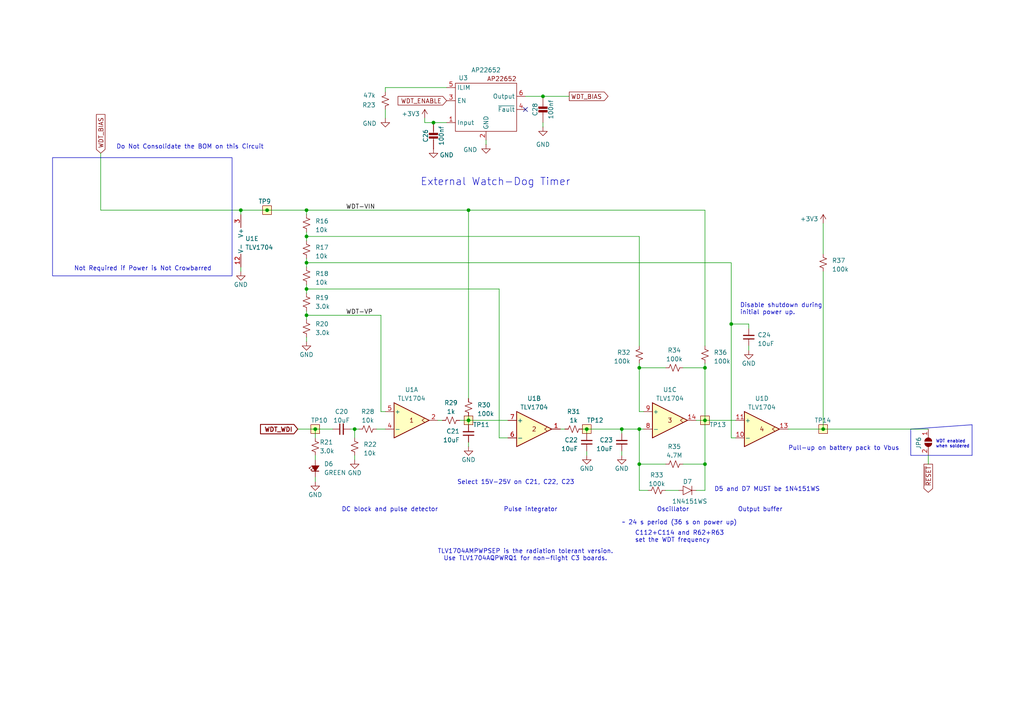
<source format=kicad_sch>
(kicad_sch (version 20250114) (generator "eeschema") (generator_version "9.0")
  (paper "A4")
  (lib_symbols
    (symbol "Adafruit ItsyBitsy RP2040-eagle-import:CAP_CERAMIC_0402NO"
      (property "Reference" "C" (at -2.29 1.25 90))
      (property "Value" "CAP_CERAMIC_0402NO" (at 2.3 1.25 90))
      (symbol "CAP_CERAMIC_0402NO_1_0"
        (rectangle (start -1.27 1.524) (end 1.27 2.032) (fill (type outline)))
        (rectangle (start -1.27 0.508) (end 1.27 1.016) (fill (type outline)))
        (polyline (pts (xy 0 2.54) (xy 0 1.778)) (stroke (width 0.1524)))
        (polyline (pts (xy 0 0.762) (xy 0 0)) (stroke (width 0.1524)))
        (pin passive line (at 0 5.08 270) (length 2.54) (name "1") (number "1"))
        (pin passive line (at 0 -2.54 90) (length 2.54) (name "2") (number "2"))
      )
    )
    (symbol "Device:C_Small" (pin_numbers (hide yes)) (pin_names (offset 0.254) (hide yes))
      (property "Reference" "C" (at 0.254 1.778 0))
      (property "Value" "C_Small" (at 0.254 -2.032 0))
      (symbol "C_Small_0_1"
        (polyline (pts (xy -1.524 0.508) (xy 1.524 0.508)) (stroke (width 0.3048)))
        (polyline (pts (xy -1.524 -0.508) (xy 1.524 -0.508)) (stroke (width 0.3302)))
      )
      (symbol "C_Small_1_1"
        (pin passive line (at 0 2.54 270) (length 2.032) (name "~") (number "1"))
        (pin passive line (at 0 -2.54 90) (length 2.032) (name "~") (number "2"))
      )
    )
    (symbol "Device:LED_Small_Filled" (pin_numbers (hide yes)) (pin_names (offset 0.254) (hide yes))
      (property "Reference" "D" (at -1.27 3.175 0))
      (property "Value" "LED_Small_Filled" (at -4.445 -2.54 0))
      (symbol "LED_Small_Filled_0_1"
        (polyline (pts (xy -0.762 -1.016) (xy -0.762 1.016)) (stroke (width 0.254)))
        (polyline (pts (xy 0 0.762) (xy -0.508 1.27) (xy -0.254 1.27) (xy -0.508 1.27) (xy -0.508 1.016)))
        (polyline (pts (xy 0.508 1.27) (xy 0 1.778) (xy 0.254 1.778) (xy 0 1.778) (xy 0 1.524)))
        (polyline (pts (xy 0.762 -1.016) (xy -0.762 0) (xy 0.762 1.016) (xy 0.762 -1.016)) (stroke (width 0.254)) (fill (type outline)))
        (polyline (pts (xy 1.016 0) (xy -0.762 0)))
      )
      (symbol "LED_Small_Filled_1_1"
        (pin passive line (at -2.54 0 0) (length 1.778) (name "K") (number "1"))
        (pin passive line (at 2.54 0 180) (length 1.778) (name "A") (number "2"))
      )
    )
    (symbol "Device:R_Small_US" (pin_numbers (hide yes)) (pin_names (offset 0.254) (hide yes))
      (property "Reference" "R" (at 0.762 0.508 0))
      (property "Value" "R_Small_US" (at 0.762 -1.016 0))
      (symbol "R_Small_US_1_1"
        (polyline (pts (xy 0 1.524) (xy 1.016 1.143) (xy 0 0.762) (xy -1.016 0.381) (xy 0 0)))
        (polyline (pts (xy 0 0) (xy 1.016 -0.381) (xy 0 -0.762) (xy -1.016 -1.143) (xy 0 -1.524)))
        (pin passive line (at 0 2.54 270) (length 1.016) (name "~") (number "1"))
        (pin passive line (at 0 -2.54 90) (length 1.016) (name "~") (number "2"))
      )
    )
    (symbol "GND_1" (power) (pin_numbers (hide yes)) (pin_names (offset 0) (hide yes))
      (property "Value" "GND" (at 0 -3.81 0))
      (symbol "GND_1_0_1"
        (polyline (pts (xy 0 0) (xy 0 -1.27) (xy 1.27 -1.27) (xy 0 -2.54) (xy -1.27 -1.27) (xy 0 -1.27)))
      )
      (symbol "GND_1_1_1"
        (pin power_in line (at 0 0 270) (length 0) (name "~") (number "1"))
      )
    )
    (symbol "Jumper:SolderJumper_2_Open" (pin_names (offset 0) (hide yes))
      (property "Reference" "JP" (at 0 2.032 0))
      (property "Value" "SolderJumper_2_Open" (at 0 -2.54 0))
      (symbol "SolderJumper_2_Open_0_1"
        (polyline (pts (xy -0.254 1.016) (xy -0.254 -1.016)))
        (arc (start -0.254 -1.016) (mid -1.2656 0) (end -0.254 1.016))
        (arc (start -0.254 -1.016) (mid -1.2656 0) (end -0.254 1.016) (fill (type outline)))
        (arc (start 0.254 1.016) (mid 1.2656 0) (end 0.254 -1.016))
        (arc (start 0.254 1.016) (mid 1.2656 0) (end 0.254 -1.016) (fill (type outline)))
        (polyline (pts (xy 0.254 1.016) (xy 0.254 -1.016)))
      )
      (symbol "SolderJumper_2_Open_1_1"
        (pin passive line (at -3.81 0 0) (length 2.54) (name "A") (number "1"))
        (pin passive line (at 3.81 0 180) (length 2.54) (name "B") (number "2"))
      )
    )
    (symbol "Power_Management:AP22652"
      (property "Reference" "U" (at -7.874 9.906 0))
      (symbol "AP22652_0_1"
        (rectangle (start -8.89 8.89) (end 8.89 -5.08))
      )
      (symbol "AP22652_1_1"
        (text "AP22652" (at 4.572 10.16 0) (effects (font (size 1.27 1.27))))
        (pin input line (at -11.43 7.62 0) (length 2.54) (name "ILIM") (number "5"))
        (pin input line (at -11.43 3.81 0) (length 2.54) (name "EN") (number "3"))
        (pin input line (at -11.43 -2.54 0) (length 2.54) (name "Input") (number "1"))
        (pin input line (at 0 -7.62 90) (length 2.54) (name "GND") (number "2"))
        (pin output line (at 11.43 5.08 180) (length 2.54) (name "Output") (number "6"))
        (pin output line (at 11.43 1.27 180) (length 2.54) (name "~{Fault}") (number "4"))
      )
    )
    (symbol "TLV1704AIPWR_1" (pin_names (offset 0.127))
      (property "Reference" "U" (at 0 5.08 0))
      (property "Value" "TLV1704AIPWR" (at 0 -5.08 0))
      (symbol "TLV1704AIPWR_1_1_1"
        (polyline (pts (xy -5.08 5.08) (xy 5.08 0) (xy -5.08 -5.08) (xy -5.08 5.08)) (stroke (width 0.254)) (fill (type background)))
        (polyline (pts (xy 3.048 0) (xy 3.81 -0.635)))
        (polyline (pts (xy 3.81 0.635) (xy 3.048 0)))
        (text "1" (at 0 0 0) (effects (font (size 1.27 1.27))))
        (pin input line (at -7.62 2.54 0) (length 2.54) (name "+") (number "5"))
        (pin input line (at -7.62 -2.54 0) (length 2.54) (name "-") (number "4"))
        (pin open_collector line (at 7.62 0 180) (length 2.54) (name "~") (number "2"))
      )
      (symbol "TLV1704AIPWR_1_2_1"
        (polyline (pts (xy -5.08 5.08) (xy 5.08 0) (xy -5.08 -5.08) (xy -5.08 5.08)) (stroke (width 0.254)) (fill (type background)))
        (polyline (pts (xy 3.048 0) (xy 3.81 -0.635)))
        (polyline (pts (xy 3.81 0.635) (xy 3.048 0)))
        (text "2" (at 0 0 0) (effects (font (size 1.27 1.27))))
        (pin input line (at -7.62 2.54 0) (length 2.54) (name "+") (number "7"))
        (pin input line (at -7.62 -2.54 0) (length 2.54) (name "-") (number "6"))
        (pin open_collector line (at 7.62 0 180) (length 2.54) (name "~") (number "1"))
      )
      (symbol "TLV1704AIPWR_1_3_1"
        (polyline (pts (xy -5.08 5.08) (xy 5.08 0) (xy -5.08 -5.08) (xy -5.08 5.08)) (stroke (width 0.254)) (fill (type background)))
        (polyline (pts (xy 3.048 0) (xy 3.81 -0.635)))
        (polyline (pts (xy 3.81 0.635) (xy 3.048 0)))
        (text "3" (at 0 0 0) (effects (font (size 1.27 1.27))))
        (pin input line (at -7.62 2.54 0) (length 2.54) (name "+") (number "9"))
        (pin input line (at -7.62 -2.54 0) (length 2.54) (name "-") (number "8"))
        (pin open_collector line (at 7.62 0 180) (length 2.54) (name "~") (number "14"))
      )
      (symbol "TLV1704AIPWR_1_4_1"
        (polyline (pts (xy -5.08 5.08) (xy 5.08 0) (xy -5.08 -5.08) (xy -5.08 5.08)) (stroke (width 0.254)) (fill (type background)))
        (polyline (pts (xy 3.048 0) (xy 3.81 -0.635)))
        (polyline (pts (xy 3.81 0.635) (xy 3.048 0)))
        (text "4" (at 0 0 0) (effects (font (size 1.27 1.27))))
        (pin input line (at -7.62 2.54 0) (length 2.54) (name "+") (number "11"))
        (pin input line (at -7.62 -2.54 0) (length 2.54) (name "-") (number "10"))
        (pin open_collector line (at 7.62 0 180) (length 2.54) (name "~") (number "13"))
      )
      (symbol "TLV1704AIPWR_1_5_1"
        (pin power_in line (at -2.54 7.62 270) (length 3.81) (name "V+") (number "3"))
        (pin power_in line (at -2.54 -7.62 90) (length 3.81) (name "V-") (number "12"))
      )
    )
    (symbol "TLV1704AIPWR_2" (pin_names (offset 0.127))
      (property "Reference" "U" (at 0 5.08 0))
      (property "Value" "TLV1704AIPWR" (at 0 -5.08 0))
      (symbol "TLV1704AIPWR_2_1_1"
        (polyline (pts (xy -5.08 5.08) (xy 5.08 0) (xy -5.08 -5.08) (xy -5.08 5.08)) (stroke (width 0.254)) (fill (type background)))
        (polyline (pts (xy 3.048 0) (xy 3.81 -0.635)))
        (polyline (pts (xy 3.81 0.635) (xy 3.048 0)))
        (text "1" (at 0 0 0) (effects (font (size 1.27 1.27))))
        (pin input line (at -7.62 2.54 0) (length 2.54) (name "+") (number "5"))
        (pin input line (at -7.62 -2.54 0) (length 2.54) (name "-") (number "4"))
        (pin open_collector line (at 7.62 0 180) (length 2.54) (name "~") (number "2"))
      )
      (symbol "TLV1704AIPWR_2_2_1"
        (polyline (pts (xy -5.08 5.08) (xy 5.08 0) (xy -5.08 -5.08) (xy -5.08 5.08)) (stroke (width 0.254)) (fill (type background)))
        (polyline (pts (xy 3.048 0) (xy 3.81 -0.635)))
        (polyline (pts (xy 3.81 0.635) (xy 3.048 0)))
        (text "2" (at 0 0 0) (effects (font (size 1.27 1.27))))
        (pin input line (at -7.62 2.54 0) (length 2.54) (name "+") (number "7"))
        (pin input line (at -7.62 -2.54 0) (length 2.54) (name "-") (number "6"))
        (pin open_collector line (at 7.62 0 180) (length 2.54) (name "~") (number "1"))
      )
      (symbol "TLV1704AIPWR_2_3_1"
        (polyline (pts (xy -5.08 5.08) (xy 5.08 0) (xy -5.08 -5.08) (xy -5.08 5.08)) (stroke (width 0.254)) (fill (type background)))
        (polyline (pts (xy 3.048 0) (xy 3.81 -0.635)))
        (polyline (pts (xy 3.81 0.635) (xy 3.048 0)))
        (text "3" (at 0 0 0) (effects (font (size 1.27 1.27))))
        (pin input line (at -7.62 2.54 0) (length 2.54) (name "+") (number "9"))
        (pin input line (at -7.62 -2.54 0) (length 2.54) (name "-") (number "8"))
        (pin open_collector line (at 7.62 0 180) (length 2.54) (name "~") (number "14"))
      )
      (symbol "TLV1704AIPWR_2_4_1"
        (polyline (pts (xy -5.08 5.08) (xy 5.08 0) (xy -5.08 -5.08) (xy -5.08 5.08)) (stroke (width 0.254)) (fill (type background)))
        (polyline (pts (xy 3.048 0) (xy 3.81 -0.635)))
        (polyline (pts (xy 3.81 0.635) (xy 3.048 0)))
        (text "4" (at 0 0 0) (effects (font (size 1.27 1.27))))
        (pin input line (at -7.62 2.54 0) (length 2.54) (name "+") (number "11"))
        (pin input line (at -7.62 -2.54 0) (length 2.54) (name "-") (number "10"))
        (pin open_collector line (at 7.62 0 180) (length 2.54) (name "~") (number "13"))
      )
      (symbol "TLV1704AIPWR_2_5_1"
        (pin power_in line (at -2.54 7.62 270) (length 3.81) (name "V+") (number "3"))
        (pin power_in line (at -2.54 -7.62 90) (length 3.81) (name "V-") (number "12"))
      )
    )
    (symbol "TLV1704AIPWR_3" (pin_names (offset 0.127))
      (property "Reference" "U" (at 0 5.08 0))
      (property "Value" "TLV1704AIPWR" (at 0 -5.08 0))
      (symbol "TLV1704AIPWR_3_1_1"
        (polyline (pts (xy -5.08 5.08) (xy 5.08 0) (xy -5.08 -5.08) (xy -5.08 5.08)) (stroke (width 0.254)) (fill (type background)))
        (polyline (pts (xy 3.048 0) (xy 3.81 -0.635)))
        (polyline (pts (xy 3.81 0.635) (xy 3.048 0)))
        (text "1" (at 0 0 0) (effects (font (size 1.27 1.27))))
        (pin input line (at -7.62 2.54 0) (length 2.54) (name "+") (number "5"))
        (pin input line (at -7.62 -2.54 0) (length 2.54) (name "-") (number "4"))
        (pin open_collector line (at 7.62 0 180) (length 2.54) (name "~") (number "2"))
      )
      (symbol "TLV1704AIPWR_3_2_1"
        (polyline (pts (xy -5.08 5.08) (xy 5.08 0) (xy -5.08 -5.08) (xy -5.08 5.08)) (stroke (width 0.254)) (fill (type background)))
        (polyline (pts (xy 3.048 0) (xy 3.81 -0.635)))
        (polyline (pts (xy 3.81 0.635) (xy 3.048 0)))
        (text "2" (at 0 0 0) (effects (font (size 1.27 1.27))))
        (pin input line (at -7.62 2.54 0) (length 2.54) (name "+") (number "7"))
        (pin input line (at -7.62 -2.54 0) (length 2.54) (name "-") (number "6"))
        (pin open_collector line (at 7.62 0 180) (length 2.54) (name "~") (number "1"))
      )
      (symbol "TLV1704AIPWR_3_3_1"
        (polyline (pts (xy -5.08 5.08) (xy 5.08 0) (xy -5.08 -5.08) (xy -5.08 5.08)) (stroke (width 0.254)) (fill (type background)))
        (polyline (pts (xy 3.048 0) (xy 3.81 -0.635)))
        (polyline (pts (xy 3.81 0.635) (xy 3.048 0)))
        (text "3" (at 0 0 0) (effects (font (size 1.27 1.27))))
        (pin input line (at -7.62 2.54 0) (length 2.54) (name "+") (number "9"))
        (pin input line (at -7.62 -2.54 0) (length 2.54) (name "-") (number "8"))
        (pin open_collector line (at 7.62 0 180) (length 2.54) (name "~") (number "14"))
      )
      (symbol "TLV1704AIPWR_3_4_1"
        (polyline (pts (xy -5.08 5.08) (xy 5.08 0) (xy -5.08 -5.08) (xy -5.08 5.08)) (stroke (width 0.254)) (fill (type background)))
        (polyline (pts (xy 3.048 0) (xy 3.81 -0.635)))
        (polyline (pts (xy 3.81 0.635) (xy 3.048 0)))
        (text "4" (at 0 0 0) (effects (font (size 1.27 1.27))))
        (pin input line (at -7.62 2.54 0) (length 2.54) (name "+") (number "11"))
        (pin input line (at -7.62 -2.54 0) (length 2.54) (name "-") (number "10"))
        (pin open_collector line (at 7.62 0 180) (length 2.54) (name "~") (number "13"))
      )
      (symbol "TLV1704AIPWR_3_5_1"
        (pin power_in line (at -2.54 7.62 270) (length 3.81) (name "V+") (number "3"))
        (pin power_in line (at -2.54 -7.62 90) (length 3.81) (name "V-") (number "12"))
      )
    )
    (symbol "TLV1704AIPWR_4" (pin_names (offset 0.127))
      (property "Reference" "U" (at 0 5.08 0))
      (property "Value" "TLV1704AIPWR" (at 0 -5.08 0))
      (symbol "TLV1704AIPWR_4_1_1"
        (polyline (pts (xy -5.08 5.08) (xy 5.08 0) (xy -5.08 -5.08) (xy -5.08 5.08)) (stroke (width 0.254)) (fill (type background)))
        (polyline (pts (xy 3.048 0) (xy 3.81 -0.635)))
        (polyline (pts (xy 3.81 0.635) (xy 3.048 0)))
        (text "1" (at 0 0 0) (effects (font (size 1.27 1.27))))
        (pin input line (at -7.62 2.54 0) (length 2.54) (name "+") (number "5"))
        (pin input line (at -7.62 -2.54 0) (length 2.54) (name "-") (number "4"))
        (pin open_collector line (at 7.62 0 180) (length 2.54) (name "~") (number "2"))
      )
      (symbol "TLV1704AIPWR_4_2_1"
        (polyline (pts (xy -5.08 5.08) (xy 5.08 0) (xy -5.08 -5.08) (xy -5.08 5.08)) (stroke (width 0.254)) (fill (type background)))
        (polyline (pts (xy 3.048 0) (xy 3.81 -0.635)))
        (polyline (pts (xy 3.81 0.635) (xy 3.048 0)))
        (text "2" (at 0 0 0) (effects (font (size 1.27 1.27))))
        (pin input line (at -7.62 2.54 0) (length 2.54) (name "+") (number "7"))
        (pin input line (at -7.62 -2.54 0) (length 2.54) (name "-") (number "6"))
        (pin open_collector line (at 7.62 0 180) (length 2.54) (name "~") (number "1"))
      )
      (symbol "TLV1704AIPWR_4_3_1"
        (polyline (pts (xy -5.08 5.08) (xy 5.08 0) (xy -5.08 -5.08) (xy -5.08 5.08)) (stroke (width 0.254)) (fill (type background)))
        (polyline (pts (xy 3.048 0) (xy 3.81 -0.635)))
        (polyline (pts (xy 3.81 0.635) (xy 3.048 0)))
        (text "3" (at 0 0 0) (effects (font (size 1.27 1.27))))
        (pin input line (at -7.62 2.54 0) (length 2.54) (name "+") (number "9"))
        (pin input line (at -7.62 -2.54 0) (length 2.54) (name "-") (number "8"))
        (pin open_collector line (at 7.62 0 180) (length 2.54) (name "~") (number "14"))
      )
      (symbol "TLV1704AIPWR_4_4_1"
        (polyline (pts (xy -5.08 5.08) (xy 5.08 0) (xy -5.08 -5.08) (xy -5.08 5.08)) (stroke (width 0.254)) (fill (type background)))
        (polyline (pts (xy 3.048 0) (xy 3.81 -0.635)))
        (polyline (pts (xy 3.81 0.635) (xy 3.048 0)))
        (text "4" (at 0 0 0) (effects (font (size 1.27 1.27))))
        (pin input line (at -7.62 2.54 0) (length 2.54) (name "+") (number "11"))
        (pin input line (at -7.62 -2.54 0) (length 2.54) (name "-") (number "10"))
        (pin open_collector line (at 7.62 0 180) (length 2.54) (name "~") (number "13"))
      )
      (symbol "TLV1704AIPWR_4_5_1"
        (pin power_in line (at -2.54 7.62 270) (length 3.81) (name "V+") (number "3"))
        (pin power_in line (at -2.54 -7.62 90) (length 3.81) (name "V-") (number "12"))
      )
    )
    (symbol "oresat-diodes:1N4151WS-HE3" (pin_numbers (hide yes)) (pin_names (offset 0) (hide yes))
      (property "Reference" "D" (at 0 2.54 0))
      (property "Value" "1N4151WS" (at 0 -2.54 0))
      (symbol "1N4151WS-HE3_0_1"
        (polyline (pts (xy 1.27 0) (xy 1.27 1.27) (xy 1.27 -1.27) (xy 1.27 0) (xy -1.27 1.27) (xy -1.27 -1.27) (xy 1.27 0)))
      )
      (symbol "1N4151WS-HE3_1_1"
        (pin passive line (at -2.54 0 0) (length 1.27) (name "2") (number "2"))
        (pin passive line (at 2.54 0 180) (length 1.27) (name "1") (number "1"))
      )
    )
    (symbol "oresat-ics:TLV1704AIPWR" (pin_names (offset 0.127))
      (property "Reference" "U" (at 0 5.08 0))
      (property "Value" "TLV1704AIPWR" (at 0 -5.08 0))
      (symbol "TLV1704AIPWR_1_1"
        (polyline (pts (xy -5.08 5.08) (xy 5.08 0) (xy -5.08 -5.08) (xy -5.08 5.08)) (stroke (width 0.254)) (fill (type background)))
        (polyline (pts (xy 3.048 0) (xy 3.81 -0.635)))
        (polyline (pts (xy 3.81 0.635) (xy 3.048 0)))
        (text "1" (at 0 0 0) (effects (font (size 1.27 1.27))))
        (pin input line (at -7.62 2.54 0) (length 2.54) (name "+") (number "5"))
        (pin input line (at -7.62 -2.54 0) (length 2.54) (name "-") (number "4"))
        (pin open_collector line (at 7.62 0 180) (length 2.54) (name "~") (number "2"))
      )
      (symbol "TLV1704AIPWR_2_1"
        (polyline (pts (xy -5.08 5.08) (xy 5.08 0) (xy -5.08 -5.08) (xy -5.08 5.08)) (stroke (width 0.254)) (fill (type background)))
        (polyline (pts (xy 3.048 0) (xy 3.81 -0.635)))
        (polyline (pts (xy 3.81 0.635) (xy 3.048 0)))
        (text "2" (at 0 0 0) (effects (font (size 1.27 1.27))))
        (pin input line (at -7.62 2.54 0) (length 2.54) (name "+") (number "7"))
        (pin input line (at -7.62 -2.54 0) (length 2.54) (name "-") (number "6"))
        (pin open_collector line (at 7.62 0 180) (length 2.54) (name "~") (number "1"))
      )
      (symbol "TLV1704AIPWR_3_1"
        (polyline (pts (xy -5.08 5.08) (xy 5.08 0) (xy -5.08 -5.08) (xy -5.08 5.08)) (stroke (width 0.254)) (fill (type background)))
        (polyline (pts (xy 3.048 0) (xy 3.81 -0.635)))
        (polyline (pts (xy 3.81 0.635) (xy 3.048 0)))
        (text "3" (at 0 0 0) (effects (font (size 1.27 1.27))))
        (pin input line (at -7.62 2.54 0) (length 2.54) (name "+") (number "9"))
        (pin input line (at -7.62 -2.54 0) (length 2.54) (name "-") (number "8"))
        (pin open_collector line (at 7.62 0 180) (length 2.54) (name "~") (number "14"))
      )
      (symbol "TLV1704AIPWR_4_1"
        (polyline (pts (xy -5.08 5.08) (xy 5.08 0) (xy -5.08 -5.08) (xy -5.08 5.08)) (stroke (width 0.254)) (fill (type background)))
        (polyline (pts (xy 3.048 0) (xy 3.81 -0.635)))
        (polyline (pts (xy 3.81 0.635) (xy 3.048 0)))
        (text "4" (at 0 0 0) (effects (font (size 1.27 1.27))))
        (pin input line (at -7.62 2.54 0) (length 2.54) (name "+") (number "11"))
        (pin input line (at -7.62 -2.54 0) (length 2.54) (name "-") (number "10"))
        (pin open_collector line (at 7.62 0 180) (length 2.54) (name "~") (number "13"))
      )
      (symbol "TLV1704AIPWR_5_1"
        (pin power_in line (at -2.54 7.62 270) (length 3.81) (name "V+") (number "3"))
        (pin power_in line (at -2.54 -7.62 90) (length 3.81) (name "V-") (number "12"))
      )
    )
    (symbol "oresat-misc:Test-Point-0.75mm-th" (exclude_from_sim yes) (in_bom no)
      (property "Reference" "TP" (at 0 2.54 0))
      (symbol "Test-Point-0.75mm-th_1_0"
        (pin passive line (at 0 0 0) (length 0) (name "1") (number "1"))
      )
      (symbol "Test-Point-0.75mm-th_1_1"
        (rectangle (start -1.27 1.27) (end 1.27 -1.27) (fill (type background)))
      )
    )
    (symbol "power:+3V3" (power) (pin_numbers (hide yes)) (pin_names (offset 0) (hide yes))
      (property "Value" "+3V3" (at 0 3.556 0))
      (symbol "+3V3_0_1"
        (polyline (pts (xy -0.762 1.27) (xy 0 2.54)))
        (polyline (pts (xy 0 2.54) (xy 0.762 1.27)))
        (polyline (pts (xy 0 0) (xy 0 2.54)))
      )
      (symbol "+3V3_1_1"
        (pin power_in line (at 0 0 90) (length 0) (name "~") (number "1"))
      )
    )
    (symbol "power:GND" (power) (pin_names (offset 0))
      (property "Value" "GND" (at 0 -3.81 0))
      (symbol "GND_0_1"
        (polyline (pts (xy 0 0) (xy 0 -1.27) (xy 1.27 -1.27) (xy 0 -2.54) (xy -1.27 -1.27) (xy 0 -1.27)))
      )
      (symbol "GND_1_1"
        (pin power_in line (at 0 0 270) (length 0) (hide yes) (name "GND") (number "1"))
      )
    )
  )
  (rectangle (start 15.24 45.72) (end 67.31 80.01))
  (text "Pull-up on battery pack to Vbus" (at 228.6 130.81 0) (effects (font (size 1.27 1.27)) (justify left bottom)))
  (text "Do Not Consolidate the BOM on this Circuit" (at 55.118 42.672 0) (effects (font (size 1.27 1.27))))
  (text "Pulse integrator" (at 146.05 148.59 0) (effects (font (size 1.27 1.27)) (justify left bottom)))
  (text "Disable shutdown during\ninitial power up." (at 214.63 91.44 0) (effects (font (size 1.27 1.27)) (justify left bottom)))
  (text "~ 24 s period (36 s on power up)" (at 180.34 152.4 0) (effects (font (size 1.27 1.27)) (justify left bottom)))
  (text "D5 and D7 MUST be 1N4151WS" (at 222.504 141.986 0) (effects (font (size 1.27 1.27))))
  (text "C112+C114 and R62+R63 \nset the WDT frequency" (at 184.15 157.48 0) (effects (font (size 1.27 1.27)) (justify left bottom)))
  (text "TLV1704AMPWPSEP is the radiation tolerant version.\nUse TLV1704AQPWRQ1 for non-flight C3 boards." (at 152.4 161.036 0) (effects (font (size 1.27 1.27))))
  (text "Select 15V-25V on C21, C22, C23" (at 149.606 139.954 0) (effects (font (size 1.27 1.27))))
  (text "DC block and pulse detector" (at 99.06 148.59 0) (effects (font (size 1.27 1.27)) (justify left bottom)))
  (text "Oscillator" (at 190.5 148.59 0) (effects (font (size 1.27 1.27)) (justify left bottom)))
  (text "Output buffer" (at 213.995 148.59 0) (effects (font (size 1.27 1.27)) (justify left bottom)))
  (text "WDT enabled\nwhen soldered" (at 271.399 130.048 0) (effects (font (size 0.889 0.889)) (justify left bottom)))
  (text "External Watch-Dog Timer" (at 121.92 54.102 0) (effects (font (size 2.159 2.159)) (justify left bottom)))
  (text "Not Required if Power is Not Crowbarred " (at 41.91 77.978 0) (effects (font (size 1.27 1.27))))
  (junction (at 88.9 60.96))
  (junction (at 185.42 134.62))
  (junction (at 102.87 124.46))
  (junction (at 204.47 121.92))
  (junction (at 185.42 124.46))
  (junction (at 88.9 91.44))
  (junction (at 185.42 106.68))
  (junction (at 125.73 35.56))
  (junction (at 77.47 60.96))
  (junction (at 88.9 76.2))
  (junction (at 88.9 68.58))
  (junction (at 135.89 60.96))
  (junction (at 204.47 106.68))
  (junction (at 135.89 121.92))
  (junction (at 204.47 134.62))
  (junction (at 88.9 83.82))
  (junction (at 91.44 124.46))
  (junction (at 157.48 27.94))
  (junction (at 69.85 60.96))
  (junction (at 238.76 124.46))
  (junction (at 212.09 93.98))
  (junction (at 170.18 124.46))
  (junction (at 180.34 124.46))
  (no_connect (at 152.4 31.75))
  (wire (pts (xy 180.34 125.73) (xy 180.34 124.46)))
  (wire (pts (xy 238.76 78.74) (xy 238.76 124.46)))
  (wire (pts (xy 185.42 105.41) (xy 185.42 106.68)))
  (wire (pts (xy 217.17 101.6) (xy 217.17 100.33)))
  (wire (pts (xy 238.76 64.77) (xy 238.76 73.66)))
  (wire (pts (xy 135.89 121.92) (xy 135.89 123.19)))
  (wire (pts (xy 198.12 106.68) (xy 204.47 106.68)))
  (wire (pts (xy 212.09 93.98) (xy 212.09 127)))
  (wire (pts (xy 157.48 27.94) (xy 165.1 27.94)))
  (wire (pts (xy 91.44 127) (xy 91.44 124.46)))
  (wire (pts (xy 185.42 124.46) (xy 186.69 124.46)))
  (wire (pts (xy 204.47 105.41) (xy 204.47 106.68)))
  (wire (pts (xy 144.78 127) (xy 147.32 127)))
  (wire (pts (xy 186.69 119.38) (xy 185.42 119.38)))
  (wire (pts (xy 140.97 40.64) (xy 140.97 41.91)))
  (wire (pts (xy 102.87 132.08) (xy 102.87 133.35)))
  (wire (pts (xy 88.9 97.79) (xy 88.9 99.06)))
  (wire (pts (xy 88.9 83.82) (xy 144.78 83.82)))
  (polyline (pts (xy 281.94 123.19) (xy 281.94 132.08)))
  (wire (pts (xy 88.9 90.17) (xy 88.9 91.44)))
  (wire (pts (xy 162.56 124.46) (xy 163.83 124.46)))
  (wire (pts (xy 133.35 121.92) (xy 135.89 121.92)))
  (wire (pts (xy 88.9 83.82) (xy 88.9 85.09)))
  (wire (pts (xy 204.47 100.33) (xy 204.47 60.96)))
  (polyline (pts (xy 264.16 124.46) (xy 281.94 123.19)))
  (wire (pts (xy 168.91 124.46) (xy 170.18 124.46)))
  (wire (pts (xy 238.76 124.46) (xy 269.24 124.46)))
  (wire (pts (xy 111.76 25.4) (xy 111.76 26.67)))
  (wire (pts (xy 135.89 60.96) (xy 204.47 60.96)))
  (wire (pts (xy 204.47 134.62) (xy 204.47 121.92)))
  (wire (pts (xy 170.18 124.46) (xy 170.18 125.73)))
  (wire (pts (xy 217.17 95.25) (xy 217.17 93.98)))
  (wire (pts (xy 269.24 132.08) (xy 269.24 134.62)))
  (wire (pts (xy 204.47 106.68) (xy 204.47 121.92)))
  (wire (pts (xy 185.42 142.24) (xy 187.96 142.24)))
  (wire (pts (xy 135.89 129.54) (xy 135.89 128.27)))
  (wire (pts (xy 91.44 132.08) (xy 91.44 133.35)))
  (wire (pts (xy 111.76 31.75) (xy 111.76 34.29)))
  (wire (pts (xy 110.49 91.44) (xy 110.49 119.38)))
  (wire (pts (xy 88.9 76.2) (xy 212.09 76.2)))
  (wire (pts (xy 135.89 60.96) (xy 88.9 60.96)))
  (wire (pts (xy 135.89 121.92) (xy 147.32 121.92)))
  (wire (pts (xy 193.04 134.62) (xy 185.42 134.62)))
  (wire (pts (xy 102.87 124.46) (xy 104.14 124.46)))
  (wire (pts (xy 88.9 91.44) (xy 88.9 92.71)))
  (wire (pts (xy 129.54 25.4) (xy 111.76 25.4)))
  (wire (pts (xy 86.36 124.46) (xy 91.44 124.46)))
  (wire (pts (xy 88.9 74.93) (xy 88.9 76.2)))
  (wire (pts (xy 185.42 119.38) (xy 185.42 106.68)))
  (wire (pts (xy 69.85 78.74) (xy 69.85 77.47)))
  (wire (pts (xy 204.47 142.24) (xy 204.47 134.62)))
  (wire (pts (xy 88.9 91.44) (xy 110.49 91.44)))
  (wire (pts (xy 185.42 134.62) (xy 185.42 124.46)))
  (wire (pts (xy 127 121.92) (xy 128.27 121.92)))
  (wire (pts (xy 123.19 35.56) (xy 125.73 35.56)))
  (wire (pts (xy 29.21 44.45) (xy 29.21 60.96)))
  (wire (pts (xy 88.9 68.58) (xy 185.42 68.58)))
  (wire (pts (xy 157.48 35.56) (xy 157.48 36.83)))
  (wire (pts (xy 170.18 124.46) (xy 180.34 124.46)))
  (wire (pts (xy 198.12 134.62) (xy 204.47 134.62)))
  (wire (pts (xy 110.49 119.38) (xy 111.76 119.38)))
  (wire (pts (xy 212.09 127) (xy 213.36 127)))
  (wire (pts (xy 88.9 67.31) (xy 88.9 68.58)))
  (wire (pts (xy 101.6 124.46) (xy 102.87 124.46)))
  (wire (pts (xy 185.42 142.24) (xy 185.42 134.62)))
  (wire (pts (xy 123.19 34.29) (xy 123.19 35.56)))
  (wire (pts (xy 204.47 121.92) (xy 213.36 121.92)))
  (wire (pts (xy 193.04 142.24) (xy 196.85 142.24)))
  (wire (pts (xy 69.85 60.96) (xy 77.47 60.96)))
  (wire (pts (xy 185.42 100.33) (xy 185.42 68.58)))
  (polyline (pts (xy 281.94 132.08) (xy 264.16 132.08)))
  (wire (pts (xy 212.09 93.98) (xy 217.17 93.98)))
  (polyline (pts (xy 264.16 132.08) (xy 264.16 124.46)))
  (wire (pts (xy 88.9 82.55) (xy 88.9 83.82)))
  (wire (pts (xy 77.47 60.96) (xy 88.9 60.96)))
  (wire (pts (xy 228.6 124.46) (xy 238.76 124.46)))
  (wire (pts (xy 180.34 124.46) (xy 185.42 124.46)))
  (wire (pts (xy 212.09 76.2) (xy 212.09 93.98)))
  (wire (pts (xy 88.9 76.2) (xy 88.9 77.47)))
  (wire (pts (xy 152.4 27.94) (xy 157.48 27.94)))
  (wire (pts (xy 69.85 62.23) (xy 69.85 60.96)))
  (wire (pts (xy 170.18 132.08) (xy 170.18 130.81)))
  (wire (pts (xy 88.9 62.23) (xy 88.9 60.96)))
  (wire (pts (xy 180.34 132.08) (xy 180.34 130.81)))
  (wire (pts (xy 135.89 121.92) (xy 135.89 120.65)))
  (wire (pts (xy 91.44 139.7) (xy 91.44 138.43)))
  (wire (pts (xy 135.89 60.96) (xy 135.89 115.57)))
  (wire (pts (xy 88.9 68.58) (xy 88.9 69.85)))
  (wire (pts (xy 185.42 106.68) (xy 193.04 106.68)))
  (wire (pts (xy 201.93 142.24) (xy 204.47 142.24)))
  (wire (pts (xy 102.87 124.46) (xy 102.87 127)))
  (wire (pts (xy 201.93 121.92) (xy 204.47 121.92)))
  (wire (pts (xy 91.44 124.46) (xy 96.52 124.46)))
  (wire (pts (xy 109.22 124.46) (xy 111.76 124.46)))
  (wire (pts (xy 144.78 83.82) (xy 144.78 127)))
  (wire (pts (xy 125.73 35.56) (xy 129.54 35.56)))
  (wire (pts (xy 29.21 60.96) (xy 69.85 60.96)))
  (label "WDT-VIN" (at 100.33 60.96 0))
  (label "WDT-VP" (at 100.33 91.44 0))
  (global_label "~{RESET}" (shape output) (at 269.24 134.62 270) (property "Intersheetrefs" "${INTERSHEET_REFS}" (effects (hide yes))))
  (global_label "WDT_BIAS" (shape input) (at 29.21 44.45 90) (property "Intersheetrefs" "${INTERSHEET_REFS}" (effects (hide yes))))
  (global_label "WDT_WDI" (shape input) (at 86.36 124.46 180) (effects (font (thickness 0.254) (bold yes))) (property "Intersheetrefs" "${INTERSHEET_REFS}" (effects (hide yes))))
  (global_label "WDT_ENABLE" (shape input) (at 129.54 29.21 180) (property "Intersheetrefs" "${INTERSHEET_REFS}" (effects (hide yes))))
  (global_label "WDT_BIAS" (shape output) (at 165.1 27.94 0) (property "Intersheetrefs" "${INTERSHEET_REFS}" (effects (hide yes))))
  (symbol (lib_id "oresat-ics:TLV1704AIPWR") (at 72.39 69.85 0) (unit 5)
    (property "Reference" "U1" (at 71.12 69.215 0) (effects (justify left)))
    (property "Value" "TLV1704" (at 71.12 71.755 0) (effects (justify left)))
    (property "Footprint" "Package_SO:TSSOP-14_4.4x5mm_P0.65mm" (effects (hide yes)))
    (property "Datasheet" "https://www.ti.com/lit/ds/symlink/tlv1704-sep.pdf" (effects (hide yes)))
    (property "Description" "Analog Comparators 2.2-V to 36-V, radiation tolerant microPower quad comparator in space enhanced plastic 14-TSSOP -55 to 125" (effects (hide yes)))
    (property "MFR" "Texas Instruments" (effects (hide yes)))
    (property "MPN" "TLV1704AQPWRQ1" (effects (hide yes)))
    (property "DST" "Digi-Key" (effects (hide yes)))
    (property "DPN" "296-43799-2-ND" (effects (hide yes)))
  )
  (symbol (lib_name "GND_1") (lib_id "power:GND") (at 125.73 43.18 0) (unit 1)
    (property "Reference" "#PWR063" (effects (hide yes)))
    (property "Value" "GND" (at 129.54 44.958 0))
    (property "Description" "Power symbol creates a global label with name \"GND\" , ground" (effects (hide yes)))
  )
  (symbol (lib_id "power:GND") (at 217.17 101.6 0) (mirror y) (unit 1)
    (property "Reference" "#PWR087" (effects (hide yes)))
    (property "Value" "GND" (at 217.17 105.41 0))
    (property "Description" "Power symbol creates a global label with name \"GND\" , ground" (effects (hide yes)))
  )
  (symbol (lib_id "Device:R_Small_US") (at 91.44 129.54 0) (unit 1)
    (property "Reference" "R21" (at 92.71 128.27 0) (effects (justify left)))
    (property "Value" "3.0k" (at 92.71 130.81 0) (effects (justify left)))
    (property "Footprint" "Resistor_SMD:R_0603_1608Metric" (effects (hide yes)))
    (property "Description" "3 kOhms ±1% 0.1W, 1/10W Chip Resistor 0603 (1608 Metric) Automotive AEC-Q200 Thick Film" (effects (hide yes)))
    (property "DPN" "RMCF0603FT3K00CT-ND" (effects (hide yes)))
    (property "DST" "Digi-Key" (effects (hide yes)))
    (property "MFR" "Stackpole Electronics Inc" (effects (hide yes)))
    (property "MPN" "RMCF0603FT3K00" (effects (hide yes)))
  )
  (symbol (lib_id "Device:R_Small_US") (at 135.89 118.11 0) (unit 1)
    (property "Reference" "R30" (at 138.43 117.475 0) (effects (justify left)))
    (property "Value" "100k" (at 138.43 120.015 0) (effects (justify left)))
    (property "Footprint" "Resistor_SMD:R_0603_1608Metric" (effects (hide yes)))
    (property "Description" "100 kOhms ±5% 0.1W, 1/10W Chip Resistor 0603 (1608 Metric) Automotive AEC-Q200 Thick Film" (effects (hide yes)))
    (property "DPN" "RMCF0603FT100KCT-ND" (effects (hide yes)))
    (property "DST" "Digi-Key" (effects (hide yes)))
    (property "MFR" "Stackpole Electronics Inc" (effects (hide yes)))
    (property "MPN" "RMCF0603FT100K" (effects (hide yes)))
  )
  (symbol (lib_id "oresat-misc:Test-Point-0.75mm-th") (at 91.44 124.46 0) (unit 1) (exclude_from_sim yes) (in_bom no)
    (property "Reference" "TP10" (at 90.17 121.92 0) (effects (justify left)))
    (property "Value" "TestPoint-MinTH" (effects (hide yes)))
    (property "Footprint" "oresat-misc:TestPoint-0.75mm-th" (effects (hide yes)))
    (property "Description" "0.75 mm TH test point; good for scope probes and jumpers" (effects (hide yes)))
  )
  (symbol (lib_id "power:GND") (at 180.34 132.08 0) (mirror y) (unit 1)
    (property "Reference" "#PWR084" (effects (hide yes)))
    (property "Value" "GND" (at 180.34 135.89 0))
    (property "Description" "Power symbol creates a global label with name \"GND\" , ground" (effects (hide yes)))
  )
  (symbol (lib_id "Adafruit ItsyBitsy RP2040-eagle-import:CAP_CERAMIC_0402NO") (at 125.73 40.64 0) (unit 1)
    (property "Reference" "C26" (at 123.44 39.39 90))
    (property "Value" "100nf" (at 128.03 39.39 90))
    (property "Footprint" "Capacitor_SMD:C_0402_1005Metric" (effects (hide yes)))
  )
  (symbol (lib_id "Adafruit ItsyBitsy RP2040-eagle-import:CAP_CERAMIC_0402NO") (at 157.48 33.02 0) (unit 1)
    (property "Reference" "C28" (at 155.19 31.77 90))
    (property "Value" "100nf" (at 159.78 31.77 90))
    (property "Footprint" "Capacitor_SMD:C_0402_1005Metric" (effects (hide yes)))
  )
  (symbol (lib_name "TLV1704AIPWR_3") (lib_id "oresat-ics:TLV1704AIPWR") (at 220.98 124.46 0) (unit 4)
    (property "Reference" "U1" (at 220.98 115.57 0))
    (property "Value" "TLV1704" (at 220.98 118.11 0))
    (property "Footprint" "Package_SO:TSSOP-14_4.4x5mm_P0.65mm" (effects (hide yes)))
    (property "Datasheet" "https://www.ti.com/lit/ds/symlink/tlv1704-sep.pdf" (effects (hide yes)))
    (property "Description" "Analog Comparators 2.2-V to 36-V, radiation tolerant microPower quad comparator in space enhanced plastic 14-TSSOP -55 to 125" (effects (hide yes)))
    (property "MFR" "Texas Instruments" (effects (hide yes)))
    (property "MPN" "TLV1704AQPWRQ1" (effects (hide yes)))
    (property "DST" "Digi-Key" (effects (hide yes)))
    (property "DPN" "296-43799-2-ND" (effects (hide yes)))
  )
  (symbol (lib_id "Device:R_Small_US") (at 88.9 87.63 0) (unit 1)
    (property "Reference" "R19" (at 91.44 86.36 0) (effects (justify left)))
    (property "Value" "3.0k" (at 91.44 88.9 0) (effects (justify left)))
    (property "Footprint" "Resistor_SMD:R_0603_1608Metric" (effects (hide yes)))
    (property "Description" "3 kOhms ±1% 0.1W, 1/10W Chip Resistor 0603 (1608 Metric) Automotive AEC-Q200 Thick Film" (effects (hide yes)))
    (property "DPN" "RMCF0603FT3K00CT-ND" (effects (hide yes)))
    (property "DST" "Digi-Key" (effects (hide yes)))
    (property "MFR" "Stackpole Electronics Inc" (effects (hide yes)))
    (property "MPN" "RMCF0603FT3K00" (effects (hide yes)))
  )
  (symbol (lib_id "Device:R_Small_US") (at 88.9 72.39 0) (unit 1)
    (property "Reference" "R17" (at 91.44 71.755 0) (effects (justify left)))
    (property "Value" "10k" (at 91.44 74.295 0) (effects (justify left)))
    (property "Footprint" "Resistor_SMD:R_0603_1608Metric" (effects (hide yes)))
    (property "Description" "10 kOhms ±1% 0.1W, 1/10W Chip Resistor 0603 (1608 Metric) Automotive AEC-Q200 Thick Film" (effects (hide yes)))
    (property "DPN" "RMCF0603FT10K0CT-ND" (effects (hide yes)))
    (property "DST" "Digi-Key" (effects (hide yes)))
    (property "MFR" "Stackpole Electronics Inc" (effects (hide yes)))
    (property "MPN" "RMCF0603FT10K0" (effects (hide yes)))
  )
  (symbol (lib_id "Device:C_Small") (at 99.06 124.46 90) (unit 1)
    (property "Reference" "C20" (at 99.0663 119.38 90))
    (property "Value" "10uF" (at 99.0663 121.92 90))
    (property "Footprint" "Capacitor_SMD:C_0603_1608Metric" (effects (hide yes)))
    (property "Description" "10 µF ±10% 16V Ceramic Capacitor X5R 0603 (1608 Metric)" (effects (hide yes)))
    (property "DPN" "490-12317-1-ND" (effects (hide yes)))
    (property "DST" "Digi-Key" (effects (hide yes)))
    (property "MFR" "Murata" (effects (hide yes)))
    (property "MPN" "GRT188R61C106KE13D" (effects (hide yes)))
  )
  (symbol (lib_name "GND_1") (lib_id "power:GND") (at 140.97 41.91 0) (unit 1)
    (property "Reference" "#PWR082" (effects (hide yes)))
    (property "Value" "GND" (at 136.398 43.434 0))
    (property "Description" "Power symbol creates a global label with name \"GND\" , ground" (effects (hide yes)))
  )
  (symbol (lib_id "Device:R_Small_US") (at 102.87 129.54 0) (unit 1)
    (property "Reference" "R22" (at 105.41 128.905 0) (effects (justify left)))
    (property "Value" "10k" (at 105.41 131.445 0) (effects (justify left)))
    (property "Footprint" "Resistor_SMD:R_0603_1608Metric" (effects (hide yes)))
    (property "Description" "10 kOhms ±1% 0.1W, 1/10W Chip Resistor 0603 (1608 Metric) Automotive AEC-Q200 Thick Film" (effects (hide yes)))
    (property "DPN" "RMCF0603FT10K0CT-ND" (effects (hide yes)))
    (property "DST" "Digi-Key" (effects (hide yes)))
    (property "MFR" "Stackpole Electronics Inc" (effects (hide yes)))
    (property "MPN" "RMCF0603FT10K0" (effects (hide yes)))
  )
  (symbol (lib_id "Device:R_Small_US") (at 88.9 64.77 0) (unit 1)
    (property "Reference" "R16" (at 91.44 64.135 0) (effects (justify left)))
    (property "Value" "10k" (at 91.44 66.675 0) (effects (justify left)))
    (property "Footprint" "Resistor_SMD:R_0603_1608Metric" (effects (hide yes)))
    (property "Description" "10 kOhms ±1% 0.1W, 1/10W Chip Resistor 0603 (1608 Metric) Automotive AEC-Q200 Thick Film" (effects (hide yes)))
    (property "DPN" "RMCF0603FT10K0CT-ND" (effects (hide yes)))
    (property "DST" "Digi-Key" (effects (hide yes)))
    (property "MFR" "Stackpole Electronics Inc" (effects (hide yes)))
    (property "MPN" "RMCF0603FT10K0" (effects (hide yes)))
  )
  (symbol (lib_id "power:GND") (at 69.85 78.74 0) (mirror y) (unit 1)
    (property "Reference" "#PWR045" (effects (hide yes)))
    (property "Value" "GND" (at 69.85 82.55 0))
    (property "Description" "Power symbol creates a global label with name \"GND\" , ground" (effects (hide yes)))
  )
  (symbol (lib_id "Device:R_Small_US") (at 195.58 134.62 270) (unit 1)
    (property "Reference" "R35" (at 195.58 129.54 90))
    (property "Value" "4.7M" (at 195.58 132.08 90))
    (property "Footprint" "Resistor_SMD:R_0603_1608Metric" (effects (hide yes)))
    (property "Description" "4.7 MOhms ±1% 0.1W, 1/10W Chip Resistor 0603 (1608 Metric) Automotive AEC-Q200 Thick Film" (effects (hide yes)))
    (property "DPN" "RMCF0603FT4M70CT-ND" (effects (hide yes)))
    (property "DST" "Digi-Key" (effects (hide yes)))
    (property "MFR" "Stackpole Electronics Inc" (effects (hide yes)))
    (property "MPN" "RMCF0603FT4M70" (effects (hide yes)))
  )
  (symbol (lib_id "oresat-misc:Test-Point-0.75mm-th") (at 77.47 60.96 0) (unit 1) (exclude_from_sim yes) (in_bom no)
    (property "Reference" "TP9" (at 74.93 58.42 0) (effects (justify left)))
    (property "Value" "TestPoint-MinTH" (effects (hide yes)))
    (property "Footprint" "oresat-misc:TestPoint-0.75mm-th" (effects (hide yes)))
    (property "Description" "0.75 mm TH test point; good for scope probes and jumpers" (effects (hide yes)))
  )
  (symbol (lib_id "power:GND") (at 170.18 132.08 0) (mirror y) (unit 1)
    (property "Reference" "#PWR083" (effects (hide yes)))
    (property "Value" "GND" (at 170.18 135.89 0))
    (property "Description" "Power symbol creates a global label with name \"GND\" , ground" (effects (hide yes)))
  )
  (symbol (lib_id "Device:R_Small_US") (at 88.9 80.01 0) (unit 1)
    (property "Reference" "R18" (at 91.44 79.375 0) (effects (justify left)))
    (property "Value" "10k" (at 91.44 81.915 0) (effects (justify left)))
    (property "Footprint" "Resistor_SMD:R_0603_1608Metric" (effects (hide yes)))
    (property "Description" "10 kOhms ±1% 0.1W, 1/10W Chip Resistor 0603 (1608 Metric) Automotive AEC-Q200 Thick Film" (effects (hide yes)))
    (property "DPN" "RMCF0603FT10K0CT-ND" (effects (hide yes)))
    (property "DST" "Digi-Key" (effects (hide yes)))
    (property "MFR" "Stackpole Electronics Inc" (effects (hide yes)))
    (property "MPN" "RMCF0603FT10K0" (effects (hide yes)))
  )
  (symbol (lib_name "TLV1704AIPWR_4") (lib_id "oresat-ics:TLV1704AIPWR") (at 154.94 124.46 0) (unit 2)
    (property "Reference" "U1" (at 154.94 115.57 0))
    (property "Value" "TLV1704" (at 154.94 118.11 0))
    (property "Footprint" "Package_SO:TSSOP-14_4.4x5mm_P0.65mm" (effects (hide yes)))
    (property "Datasheet" "https://www.ti.com/lit/ds/symlink/tlv1704-sep.pdf" (effects (hide yes)))
    (property "Description" "Analog Comparators 2.2-V to 36-V, radiation tolerant microPower quad comparator in space enhanced plastic 14-TSSOP -55 to 125" (effects (hide yes)))
    (property "MFR" "Texas Instruments" (effects (hide yes)))
    (property "MPN" "TLV1704AQPWRQ1" (effects (hide yes)))
    (property "DST" "Digi-Key" (effects (hide yes)))
    (property "DPN" "296-43799-2-ND" (effects (hide yes)))
  )
  (symbol (lib_id "Device:R_Small_US") (at 88.9 95.25 0) (unit 1)
    (property "Reference" "R20" (at 91.44 93.98 0) (effects (justify left)))
    (property "Value" "3.0k" (at 91.44 96.52 0) (effects (justify left)))
    (property "Footprint" "Resistor_SMD:R_0603_1608Metric" (effects (hide yes)))
    (property "Description" "3 kOhms ±1% 0.1W, 1/10W Chip Resistor 0603 (1608 Metric) Automotive AEC-Q200 Thick Film" (effects (hide yes)))
    (property "DPN" "RMCF0603FT3K00CT-ND" (effects (hide yes)))
    (property "DST" "Digi-Key" (effects (hide yes)))
    (property "MFR" "Stackpole Electronics Inc" (effects (hide yes)))
    (property "MPN" "RMCF0603FT3K00" (effects (hide yes)))
  )
  (symbol (lib_id "Device:R_Small_US") (at 190.5 142.24 270) (unit 1)
    (property "Reference" "R33" (at 190.5 137.795 90))
    (property "Value" "100k" (at 190.5 140.335 90))
    (property "Footprint" "Resistor_SMD:R_0603_1608Metric" (effects (hide yes)))
    (property "Description" "100 kOhms ±5% 0.1W, 1/10W Chip Resistor 0603 (1608 Metric) Automotive AEC-Q200 Thick Film" (effects (hide yes)))
    (property "DPN" "RMCF0603FT100KCT-ND" (effects (hide yes)))
    (property "DST" "Digi-Key" (effects (hide yes)))
    (property "MFR" "Stackpole Electronics Inc" (effects (hide yes)))
    (property "MPN" "RMCF0603FT100K" (effects (hide yes)))
  )
  (symbol (lib_id "Device:C_Small") (at 180.34 128.27 0) (mirror x) (unit 1)
    (property "Reference" "C23" (at 177.8 127.6286 0) (effects (justify right)))
    (property "Value" "10uF" (at 177.8 130.1686 0) (effects (justify right)))
    (property "Footprint" "Capacitor_SMD:C_0603_1608Metric" (effects (hide yes)))
    (property "Description" "10 µF ±10% 16V Ceramic Capacitor X5R 0603 (1608 Metric)" (effects (hide yes)))
    (property "DPN" "490-12317-1-ND" (effects (hide yes)))
    (property "DST" "Digi-Key" (effects (hide yes)))
    (property "MFR" "Murata" (effects (hide yes)))
    (property "MPN" "GRT188R61C106KE13D" (effects (hide yes)))
  )
  (symbol (lib_id "oresat-diodes:1N4151WS-HE3") (at 199.39 142.24 0) (unit 1)
    (property "Reference" "D7" (at 199.39 139.7 0))
    (property "Value" "1N4151WS" (at 200.025 145.415 0))
    (property "Footprint" "Diode_SMD:D_SOD-323" (effects (hide yes)))
    (property "Datasheet" "https://www.vishay.com/docs/85847/1n4151ws.pdf" (effects (hide yes)))
    (property "Description" "Diode Standard 50V 150mA Surface Mount SOD-323" (effects (hide yes)))
    (property "DPN" "112-1N4151WS-E3-08CT-ND" (effects (hide yes)))
    (property "DST" "Digi-Key" (effects (hide yes)))
    (property "MFR" "Vishay" (effects (hide yes)))
    (property "MPN" "1N4151WS-E3-08" (effects (hide yes)))
  )
  (symbol (lib_id "Device:LED_Small_Filled") (at 91.44 135.89 90) (unit 1)
    (property "Reference" "D6" (at 93.98 134.5565 90) (effects (justify right)))
    (property "Value" "GREEN" (at 93.98 137.0965 90) (effects (justify right)))
    (property "Footprint" "LED_SMD:LED_0603_1608Metric" (effects (hide yes)))
    (property "Description" "Green 520nm LED Indication - Discrete 3.2V 0603 (1608 Metric) - 430 mcd @ 20 mA" (effects (hide yes)))
    (property "DPN" "732-4971-1-ND" (effects (hide yes)))
    (property "DST" "Digi-Key" (effects (hide yes)))
    (property "MFR" "Wurth" (effects (hide yes)))
    (property "MPN" "150060GS75000" (effects (hide yes)))
  )
  (symbol (lib_id "Jumper:SolderJumper_2_Open") (at 269.24 128.27 270) (unit 1)
    (property "Reference" "JP6" (at 266.446 128.524 0))
    (property "Value" "SolderJumper_2_Open" (effects (hide yes)))
    (property "Footprint" "Jumper:SolderJumper-2_P1.3mm_Open_RoundedPad1.0x1.5mm" (effects (hide yes)))
  )
  (symbol (lib_id "power:+3V3") (at 123.19 34.29 0) (unit 1)
    (property "Reference" "#PWR054" (effects (hide yes)))
    (property "Value" "+3V3" (at 119.126 33.02 0))
    (property "Description" "Power symbol creates a global label with name \"+3V3\"" (effects (hide yes)))
  )
  (symbol (lib_id "Device:R_Small_US") (at 185.42 102.87 0) (mirror x) (unit 1)
    (property "Reference" "R32" (at 182.88 102.235 0) (effects (justify right)))
    (property "Value" "100k" (at 182.88 104.775 0) (effects (justify right)))
    (property "Footprint" "Resistor_SMD:R_0603_1608Metric" (effects (hide yes)))
    (property "Description" "100 kOhms ±5% 0.1W, 1/10W Chip Resistor 0603 (1608 Metric) Automotive AEC-Q200 Thick Film" (effects (hide yes)))
    (property "DPN" "RMCF0603FT100KCT-ND" (effects (hide yes)))
    (property "DST" "Digi-Key" (effects (hide yes)))
    (property "MFR" "Stackpole Electronics Inc" (effects (hide yes)))
    (property "MPN" "RMCF0603FT100K" (effects (hide yes)))
  )
  (symbol (lib_id "Power_Management:AP22652") (at 140.97 33.02 0) (unit 1)
    (property "Reference" "U3" (at 134.366 22.606 0))
    (property "Value" "AP22652" (at 140.97 20.32 0))
    (property "Footprint" "SOT26:SOT26" (effects (hide yes)))
  )
  (symbol (lib_id "oresat-misc:Test-Point-0.75mm-th") (at 238.76 124.46 0) (unit 1) (exclude_from_sim yes) (in_bom no)
    (property "Reference" "TP14" (at 236.22 121.92 0) (effects (justify left)))
    (property "Value" "TestPoint-MinTH" (effects (hide yes)))
    (property "Footprint" "oresat-misc:TestPoint-0.75mm-th" (effects (hide yes)))
    (property "Description" "0.75 mm TH test point; good for scope probes and jumpers" (effects (hide yes)))
  )
  (symbol (lib_id "power:+3V3") (at 238.76 64.77 0) (unit 1)
    (property "Reference" "#PWR0100" (effects (hide yes)))
    (property "Value" "+3V3" (at 234.696 63.5 0))
    (property "Description" "Power symbol creates a global label with name \"+3V3\"" (effects (hide yes)))
  )
  (symbol (lib_id "Device:R_Small_US") (at 204.47 102.87 180) (unit 1)
    (property "Reference" "R36" (at 207.01 102.235 0) (effects (justify right)))
    (property "Value" "100k" (at 207.01 104.775 0) (effects (justify right)))
    (property "Footprint" "Resistor_SMD:R_0603_1608Metric" (effects (hide yes)))
    (property "Description" "100 kOhms ±5% 0.1W, 1/10W Chip Resistor 0603 (1608 Metric) Automotive AEC-Q200 Thick Film" (effects (hide yes)))
    (property "DPN" "RMCF0603FT100KCT-ND" (effects (hide yes)))
    (property "DST" "Digi-Key" (effects (hide yes)))
    (property "MFR" "Stackpole Electronics Inc" (effects (hide yes)))
    (property "MPN" "RMCF0603FT100K" (effects (hide yes)))
  )
  (symbol (lib_id "oresat-misc:Test-Point-0.75mm-th") (at 170.18 124.46 0) (unit 1) (exclude_from_sim yes) (in_bom no)
    (property "Reference" "TP12" (at 170.18 121.92 0) (effects (justify left)))
    (property "Value" "TestPoint-MinTH" (effects (hide yes)))
    (property "Footprint" "oresat-misc:TestPoint-0.75mm-th" (effects (hide yes)))
    (property "Description" "0.75 mm TH test point; good for scope probes and jumpers" (effects (hide yes)))
  )
  (symbol (lib_id "Device:R_Small_US") (at 195.58 106.68 90) (unit 1)
    (property "Reference" "R34" (at 195.58 101.6 90))
    (property "Value" "100k" (at 195.58 104.14 90))
    (property "Footprint" "Resistor_SMD:R_0603_1608Metric" (effects (hide yes)))
    (property "Description" "100 kOhms ±5% 0.1W, 1/10W Chip Resistor 0603 (1608 Metric) Automotive AEC-Q200 Thick Film" (effects (hide yes)))
    (property "DPN" "RMCF0603FT100KCT-ND" (effects (hide yes)))
    (property "DST" "Digi-Key" (effects (hide yes)))
    (property "MFR" "Stackpole Electronics Inc" (effects (hide yes)))
    (property "MPN" "RMCF0603FT100K" (effects (hide yes)))
  )
  (symbol (lib_id "oresat-misc:Test-Point-0.75mm-th") (at 204.47 121.92 0) (unit 1) (exclude_from_sim yes) (in_bom no)
    (property "Reference" "TP13" (at 205.74 123.19 0) (effects (justify left)))
    (property "Value" "TestPoint-MinTH" (effects (hide yes)))
    (property "Footprint" "oresat-misc:TestPoint-0.75mm-th" (effects (hide yes)))
    (property "Description" "0.75 mm TH test point; good for scope probes and jumpers" (effects (hide yes)))
  )
  (symbol (lib_id "power:GND") (at 102.87 133.35 0) (unit 1)
    (property "Reference" "#PWR059" (effects (hide yes)))
    (property "Value" "GND" (at 102.87 137.16 0))
    (property "Description" "Power symbol creates a global label with name \"GND\" , ground" (effects (hide yes)))
  )
  (symbol (lib_id "Device:R_Small_US") (at 111.76 29.21 0) (mirror x) (unit 1)
    (property "Reference" "R23" (at 108.966 30.48 0) (effects (justify right)))
    (property "Value" "47k" (at 108.966 27.686 0) (effects (justify right)))
    (property "Footprint" "Resistor_SMD:R_0603_1608Metric" (effects (hide yes)))
    (property "Description" "47 kOhms ±1% 0.1W, 1/10W Chip Resistor 0603 (1608 Metric) Automotive AEC-Q200 Thick Film" (effects (hide yes)))
    (property "DPN" "RMCF0603FT47K0CT-ND" (effects (hide yes)))
    (property "DST" "Digi-Key" (effects (hide yes)))
    (property "MFR" "Stackpole Electronics Inc" (effects (hide yes)))
    (property "MPN" "RMCF0603FT47K0" (effects (hide yes)))
  )
  (symbol (lib_id "Device:C_Small") (at 170.18 128.27 0) (mirror x) (unit 1)
    (property "Reference" "C22" (at 167.64 127.6286 0) (effects (justify right)))
    (property "Value" "10uF" (at 167.64 130.1686 0) (effects (justify right)))
    (property "Footprint" "Capacitor_SMD:C_0603_1608Metric" (effects (hide yes)))
    (property "Description" "10 µF ±10% 16V Ceramic Capacitor X5R 0603 (1608 Metric)" (effects (hide yes)))
    (property "DPN" "490-12317-1-ND" (effects (hide yes)))
    (property "DST" "Digi-Key" (effects (hide yes)))
    (property "MFR" "Murata" (effects (hide yes)))
    (property "MPN" "GRT188R61C106KE13D" (effects (hide yes)))
  )
  (symbol (lib_id "power:GND") (at 88.9 99.06 0) (unit 1)
    (property "Reference" "#PWR046" (effects (hide yes)))
    (property "Value" "GND" (at 88.9 102.87 0))
    (property "Description" "Power symbol creates a global label with name \"GND\" , ground" (effects (hide yes)))
  )
  (symbol (lib_id "power:GND") (at 135.89 129.54 0) (unit 1)
    (property "Reference" "#PWR081" (effects (hide yes)))
    (property "Value" "GND" (at 135.89 133.35 0))
    (property "Description" "Power symbol creates a global label with name \"GND\" , ground" (effects (hide yes)))
  )
  (symbol (lib_id "Device:R_Small_US") (at 106.68 124.46 90) (unit 1)
    (property "Reference" "R28" (at 106.68 119.38 90))
    (property "Value" "10k" (at 106.68 121.92 90))
    (property "Footprint" "Resistor_SMD:R_0603_1608Metric" (effects (hide yes)))
    (property "Description" "10 kOhms ±1% 0.1W, 1/10W Chip Resistor 0603 (1608 Metric) Automotive AEC-Q200 Thick Film" (effects (hide yes)))
    (property "DPN" "RMCF0603FT10K0CT-ND" (effects (hide yes)))
    (property "DST" "Digi-Key" (effects (hide yes)))
    (property "MFR" "Stackpole Electronics Inc" (effects (hide yes)))
    (property "MPN" "RMCF0603FT10K0" (effects (hide yes)))
  )
  (symbol (lib_id "power:GND") (at 91.44 139.7 0) (unit 1)
    (property "Reference" "#PWR058" (effects (hide yes)))
    (property "Value" "GND" (at 91.44 143.51 0))
    (property "Description" "Power symbol creates a global label with name \"GND\" , ground" (effects (hide yes)))
  )
  (symbol (lib_id "Device:C_Small") (at 135.89 125.73 0) (mirror x) (unit 1)
    (property "Reference" "C21" (at 133.35 125.0886 0) (effects (justify right)))
    (property "Value" "10uF" (at 133.35 127.6286 0) (effects (justify right)))
    (property "Footprint" "Capacitor_SMD:C_0603_1608Metric" (effects (hide yes)))
    (property "Description" "10 µF ±10% 16V Ceramic Capacitor X5R 0603 (1608 Metric)" (effects (hide yes)))
    (property "DPN" "490-12317-1-ND" (effects (hide yes)))
    (property "DST" "Digi-Key" (effects (hide yes)))
    (property "MFR" "Murata" (effects (hide yes)))
    (property "MPN" "GRT188R61C106KE13D" (effects (hide yes)))
  )
  (symbol (lib_id "Device:C_Small") (at 217.17 97.79 180) (unit 1)
    (property "Reference" "C24" (at 219.71 97.1486 0) (effects (justify right)))
    (property "Value" "10uF" (at 219.71 99.6886 0) (effects (justify right)))
    (property "Footprint" "Capacitor_SMD:C_0603_1608Metric" (effects (hide yes)))
    (property "Description" "10 µF ±10% 16V Ceramic Capacitor X5R 0603 (1608 Metric)" (effects (hide yes)))
    (property "DPN" "490-12317-1-ND" (effects (hide yes)))
    (property "DST" "Digi-Key" (effects (hide yes)))
    (property "MFR" "Murata" (effects (hide yes)))
    (property "MPN" "GRT188R61C106KE13D" (effects (hide yes)))
  )
  (symbol (lib_id "Device:R_Small_US") (at 166.37 124.46 90) (unit 1)
    (property "Reference" "R31" (at 166.37 119.38 90))
    (property "Value" "1k" (at 166.37 121.92 90))
    (property "Footprint" "Resistor_SMD:R_0603_1608Metric" (effects (hide yes)))
    (property "Description" "1 kOhms ±1% 0.1W, 1/10W Chip Resistor 0603 (1608 Metric) Automotive AEC-Q200 Thick Film" (effects (hide yes)))
    (property "DPN" "RMCF0603FT1K00CT-ND" (effects (hide yes)))
    (property "DST" "Digi-Key" (effects (hide yes)))
    (property "MFR" "Stackpole Electronics Inc" (effects (hide yes)))
    (property "MPN" "RMCF0603FT1K00" (effects (hide yes)))
  )
  (symbol (lib_id "Device:R_Small_US") (at 130.81 121.92 90) (unit 1)
    (property "Reference" "R29" (at 130.81 116.84 90))
    (property "Value" "1k" (at 130.81 119.38 90))
    (property "Footprint" "Resistor_SMD:R_0603_1608Metric" (effects (hide yes)))
    (property "Description" "1 kOhms ±1% 0.1W, 1/10W Chip Resistor 0603 (1608 Metric) Automotive AEC-Q200 Thick Film" (effects (hide yes)))
    (property "DPN" "RMCF0603FT1K00CT-ND" (effects (hide yes)))
    (property "DST" "Digi-Key" (effects (hide yes)))
    (property "MFR" "Stackpole Electronics Inc" (effects (hide yes)))
    (property "MPN" "RMCF0603FT1K00" (effects (hide yes)))
  )
  (symbol (lib_id "oresat-misc:Test-Point-0.75mm-th") (at 135.89 121.92 0) (unit 1) (exclude_from_sim yes) (in_bom no)
    (property "Reference" "TP11" (at 137.16 123.19 0) (effects (justify left)))
    (property "Value" "TestPoint-MinTH" (effects (hide yes)))
    (property "Footprint" "oresat-misc:TestPoint-0.75mm-th" (effects (hide yes)))
    (property "Description" "0.75 mm TH test point; good for scope probes and jumpers" (effects (hide yes)))
  )
  (symbol (lib_name "GND_1") (lib_id "power:GND") (at 111.76 34.29 0) (unit 1)
    (property "Reference" "#PWR0142" (effects (hide yes)))
    (property "Value" "GND" (at 107.188 35.814 0))
    (property "Description" "Power symbol creates a global label with name \"GND\" , ground" (effects (hide yes)))
  )
  (symbol (lib_id "Device:R_Small_US") (at 238.76 76.2 180) (unit 1)
    (property "Reference" "R37" (at 241.3 75.565 0) (effects (justify right)))
    (property "Value" "100k" (at 241.3 78.105 0) (effects (justify right)))
    (property "Footprint" "Resistor_SMD:R_0603_1608Metric" (effects (hide yes)))
    (property "Description" "100 kOhms ±5% 0.1W, 1/10W Chip Resistor 0603 (1608 Metric) Automotive AEC-Q200 Thick Film" (effects (hide yes)))
    (property "DPN" "RMCF0603FT100KCT-ND" (effects (hide yes)))
    (property "DST" "Digi-Key" (effects (hide yes)))
    (property "MFR" "Stackpole Electronics Inc" (effects (hide yes)))
    (property "MPN" "RMCF0603FT100K" (effects (hide yes)))
  )
  (symbol (lib_name "GND_1") (lib_id "power:GND") (at 157.48 36.83 0) (unit 1)
    (property "Reference" "#PWR085" (effects (hide yes)))
    (property "Value" "GND" (at 157.48 41.91 0))
    (property "Description" "Power symbol creates a global label with name \"GND\" , ground" (effects (hide yes)))
  )
  (symbol (lib_name "TLV1704AIPWR_1") (lib_id "oresat-ics:TLV1704AIPWR") (at 119.38 121.92 0) (unit 1)
    (property "Reference" "U1" (at 119.38 113.03 0))
    (property "Value" "TLV1704" (at 119.38 115.57 0))
    (property "Footprint" "Package_SO:TSSOP-14_4.4x5mm_P0.65mm" (effects (hide yes)))
    (property "Datasheet" "https://www.ti.com/lit/ds/symlink/tlv1704-sep.pdf" (effects (hide yes)))
    (property "Description" "Analog Comparators 2.2-V to 36-V, radiation tolerant microPower quad comparator in space enhanced plastic 14-TSSOP -55 to 125" (effects (hide yes)))
    (property "MFR" "Texas Instruments" (effects (hide yes)))
    (property "MPN" "TLV1704AQPWRQ1" (effects (hide yes)))
    (property "DST" "Digi-Key" (effects (hide yes)))
    (property "DPN" "296-43799-2-ND" (effects (hide yes)))
  )
  (symbol (lib_name "TLV1704AIPWR_2") (lib_id "oresat-ics:TLV1704AIPWR") (at 194.31 121.92 0) (unit 3)
    (property "Reference" "U1" (at 194.31 113.03 0))
    (property "Value" "TLV1704" (at 194.31 115.57 0))
    (property "Footprint" "Package_SO:TSSOP-14_4.4x5mm_P0.65mm" (effects (hide yes)))
    (property "Datasheet" "https://www.ti.com/lit/ds/symlink/tlv1704-sep.pdf" (effects (hide yes)))
    (property "Description" "Analog Comparators 2.2-V to 36-V, radiation tolerant microPower quad comparator in space enhanced plastic 14-TSSOP -55 to 125" (effects (hide yes)))
    (property "MFR" "Texas Instruments" (effects (hide yes)))
    (property "MPN" "TLV1704AQPWRQ1" (effects (hide yes)))
    (property "DST" "Digi-Key" (effects (hide yes)))
    (property "DPN" "296-43799-2-ND" (effects (hide yes)))
  )
)
</source>
